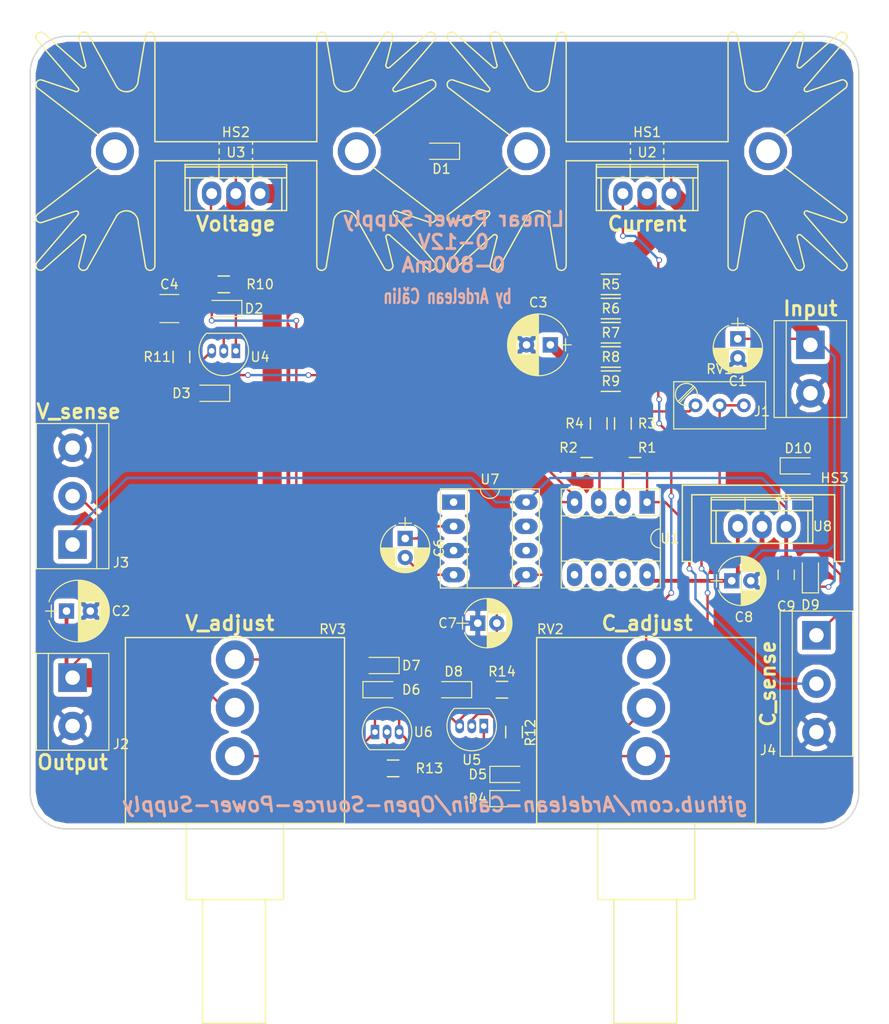
<source format=kicad_pcb>
(kicad_pcb (version 4) (host pcbnew 4.0.5)
  (layers (0 F.Cu signal) (31 B.Cu signal) (34 B.Paste user) (35 F.Paste user) (36 B.SilkS user) (37 F.SilkS user) (38 B.Mask user) (39 F.Mask user) (44 Edge.Cuts user))
  (net 0 "")
  (net 1 +16V)
  (net 2 GND)
  (net 3 VoltageMeter)
  (net 4 "Net-(C3-Pad1)")
  (net 5 "Net-(C4-Pad1)")
  (net 6 "Net-(C6-Pad1)")
  (net 7 "Net-(C6-Pad2)")
  (net 8 -12V)
  (net 9 +12V)
  (net 10 "Net-(D4-Pad1)")
  (net 11 "Net-(D4-Pad2)")
  (net 12 "Net-(D5-Pad1)")
  (net 13 "Net-(D6-Pad1)")
  (net 14 "Net-(D6-Pad2)")
  (net 15 "Net-(D8-Pad2)")
  (net 16 CurrentMeter)
  (net 17 "Net-(R1-Pad2)")
  (net 18 "Net-(R2-Pad1)")
  (net 19 "Net-(R3-Pad2)")
  (net 20 "Net-(R11-Pad1)")
  (net 21 "Net-(R12-Pad1)")
  (net 22 "Net-(R13-Pad1)")
  (net 23 "Net-(U7-Pad1)")
  (net 24 "Net-(U7-Pad6)")
  (net 25 "Net-(U7-Pad7)")
  (net 26 "Net-(RV2-Pad2)")
  (module Capacitors_THT:CP_Radial_D5.0mm_P2.00mm (layer F.Cu) (at 202.565 90.805 270)
    (fp_text reference C1 (at 4.445 0 360) (layer F.SilkS))
    (fp_text value 10u)
    (pad 1 thru_hole rect (at 0 0 270) (size 1.6 1.6) (drill 0.8) (layers *.Cu *.Mask) (net 1 +16V))
    (pad 2 thru_hole circle (at 2 0 270) (size 1.6 1.6) (drill 0.8) (layers *.Cu *.Mask) (net 2 GND))
  )
  (module Capacitors_THT:CP_Radial_D6.3mm_P2.50mm (layer F.Cu) (at 132.08 119.38)
    (fp_text reference C2 (at 5.715 0) (layer F.SilkS))
    (fp_text value "47uF electro")
    (pad 1 thru_hole rect (at 0 0) (size 1.6 1.6) (drill 0.8) (layers *.Cu *.Mask) (net 3 VoltageMeter))
    (pad 2 thru_hole circle (at 2.5 0) (size 1.6 1.6) (drill 0.8) (layers *.Cu *.Mask) (net 2 GND))
  )
  (module Capacitors_THT:CP_Radial_D6.3mm_P2.50mm (layer F.Cu) (at 182.88 91.44 180)
    (fp_text reference C3 (at 1.27 4.445 180) (layer F.SilkS))
    (fp_text value 47u)
    (pad 1 thru_hole rect (at 0 0 180) (size 1.6 1.6) (drill 0.8) (layers *.Cu *.Mask) (net 4 "Net-(C3-Pad1)"))
    (pad 2 thru_hole circle (at 2.5 0 180) (size 1.6 1.6) (drill 0.8) (layers *.Cu *.Mask) (net 2 GND))
  )
  (module Capacitors_SMD:C_1210_HandSoldering (layer F.Cu) (at 142.875 87.63 180)
    (fp_text reference C4 (at 0 2.54 180) (layer F.SilkS))
    (fp_text value 4.7u)
    (pad 1 smd rect (at -2 0 180) (size 2 2.5) (layers F.Cu F.Paste F.Mask) (net 5 "Net-(C4-Pad1)"))
    (pad 2 smd rect (at 2 0 180) (size 2 2.5) (layers F.Cu F.Paste F.Mask) (net 2 GND))
  )
  (module Capacitors_THT:CP_Radial_D5.0mm_P2.00mm (layer F.Cu) (at 167.64 111.76 270)
    (fp_text reference C6 (at 1 -3.56 270) (layer F.SilkS))
    (fp_text value 10u)
    (pad 1 thru_hole rect (at 0 0 270) (size 1.6 1.6) (drill 0.8) (layers *.Cu *.Mask) (net 6 "Net-(C6-Pad1)"))
    (pad 2 thru_hole circle (at 2 0 270) (size 1.6 1.6) (drill 0.8) (layers *.Cu *.Mask) (net 7 "Net-(C6-Pad2)"))
  )
  (module Capacitors_THT:CP_Radial_D5.0mm_P2.00mm (layer F.Cu) (at 175.26 120.65)
    (fp_text reference C7 (at -3.175 0) (layer F.SilkS))
    (fp_text value 10u)
    (pad 1 thru_hole rect (at 0 0) (size 1.6 1.6) (drill 0.8) (layers *.Cu *.Mask) (net 2 GND))
    (pad 2 thru_hole circle (at 2 0) (size 1.6 1.6) (drill 0.8) (layers *.Cu *.Mask) (net 8 -12V))
  )
  (module Capacitors_THT:CP_Radial_D5.0mm_P2.00mm (layer F.Cu) (at 201.93 116.205)
    (fp_text reference C8 (at 1.27 3.81) (layer F.SilkS))
    (fp_text value 10u)
    (pad 1 thru_hole rect (at 0 0) (size 1.6 1.6) (drill 0.8) (layers *.Cu *.Mask) (net 1 +16V))
    (pad 2 thru_hole circle (at 2 0) (size 1.6 1.6) (drill 0.8) (layers *.Cu *.Mask) (net 2 GND))
  )
  (module Capacitors_SMD:C_0805_HandSoldering (layer F.Cu) (at 207.645 115.57 270)
    (fp_text reference C9 (at 3.302 0 360) (layer F.SilkS))
    (fp_text value 0.1u)
    (pad 1 smd rect (at -1.25 0 270) (size 1.5 1.25) (layers F.Cu F.Paste F.Mask) (net 9 +12V))
    (pad 2 smd rect (at 1.25 0 270) (size 1.5 1.25) (layers F.Cu F.Paste F.Mask) (net 2 GND))
  )
  (module Diodes_SMD:D_SOD-323_HandSoldering (layer F.Cu) (at 171.45 71.12 180)
    (fp_text reference D1 (at 0 -1.85 180) (layer F.SilkS))
    (fp_text value 1N5819)
    (pad 1 smd rect (at -1.25 0 180) (size 1 1) (layers F.Cu F.Paste F.Mask) (net 1 +16V))
    (pad 2 smd rect (at 1.25 0 180) (size 1 1) (layers F.Cu F.Paste F.Mask) (net 3 VoltageMeter))
  )
  (module Diodes_SMD:D_SOD-323_HandSoldering (layer F.Cu) (at 148.59 87.63 180)
    (fp_text reference D2 (at -3.175 0 180) (layer F.SilkS))
    (fp_text value 1N5819)
    (pad 1 smd rect (at -1.25 0 180) (size 1 1) (layers F.Cu F.Paste F.Mask) (net 3 VoltageMeter))
    (pad 2 smd rect (at 1.25 0 180) (size 1 1) (layers F.Cu F.Paste F.Mask) (net 5 "Net-(C4-Pad1)"))
  )
  (module Diodes_SMD:D_SOD-323_HandSoldering (layer F.Cu) (at 147.32 96.52 180)
    (fp_text reference D3 (at 3.175 0 180) (layer F.SilkS))
    (fp_text value 1N5819)
    (pad 1 smd rect (at -1.25 0 180) (size 1 1) (layers F.Cu F.Paste F.Mask) (net 3 VoltageMeter))
    (pad 2 smd rect (at 1.25 0 180) (size 1 1) (layers F.Cu F.Paste F.Mask) (net 2 GND))
  )
  (module Diodes_SMD:D_SOD-323_HandSoldering (layer F.Cu) (at 178.435 139.065)
    (fp_text reference D4 (at -3.175 0) (layer F.SilkS))
    (fp_text value 1N4448)
    (pad 1 smd rect (at -1.25 0) (size 1 1) (layers F.Cu F.Paste F.Mask) (net 10 "Net-(D4-Pad1)"))
    (pad 2 smd rect (at 1.25 0) (size 1 1) (layers F.Cu F.Paste F.Mask) (net 11 "Net-(D4-Pad2)"))
  )
  (module Diodes_SMD:D_SOD-323_HandSoldering (layer F.Cu) (at 178.435 136.525)
    (fp_text reference D5 (at -3.175 0) (layer F.SilkS))
    (fp_text value 1N4448)
    (pad 1 smd rect (at -1.25 0) (size 1 1) (layers F.Cu F.Paste F.Mask) (net 12 "Net-(D5-Pad1)"))
    (pad 2 smd rect (at 1.25 0) (size 1 1) (layers F.Cu F.Paste F.Mask) (net 10 "Net-(D4-Pad1)"))
  )
  (module Diodes_SMD:D_SOD-323_HandSoldering (layer F.Cu) (at 165.1 127.635)
    (fp_text reference D6 (at 3.175 0) (layer F.SilkS))
    (fp_text value 1N4448)
    (pad 1 smd rect (at -1.25 0) (size 1 1) (layers F.Cu F.Paste F.Mask) (net 13 "Net-(D6-Pad1)"))
    (pad 2 smd rect (at 1.25 0) (size 1 1) (layers F.Cu F.Paste F.Mask) (net 14 "Net-(D6-Pad2)"))
  )
  (module Diodes_SMD:D_SOD-323_HandSoldering (layer F.Cu) (at 165.1 125.095 180)
    (fp_text reference D7 (at -3.175 0 180) (layer F.SilkS))
    (fp_text value 1N4448)
    (pad 1 smd rect (at -1.25 0 180) (size 1 1) (layers F.Cu F.Paste F.Mask) (net 14 "Net-(D6-Pad2)"))
    (pad 2 smd rect (at 1.25 0 180) (size 1 1) (layers F.Cu F.Paste F.Mask) (net 2 GND))
  )
  (module Diodes_SMD:D_SOD-323_HandSoldering (layer F.Cu) (at 172.72 127.635 180)
    (fp_text reference D8 (at 0 1.905 180) (layer F.SilkS))
    (fp_text value 1N4448)
    (pad 1 smd rect (at -1.25 0 180) (size 1 1) (layers F.Cu F.Paste F.Mask) (net 8 -12V))
    (pad 2 smd rect (at 1.25 0 180) (size 1 1) (layers F.Cu F.Paste F.Mask) (net 15 "Net-(D8-Pad2)"))
  )
  (module Diodes_SMD:D_SOD-323_HandSoldering (layer F.Cu) (at 210.185 115.57 90)
    (fp_text reference D9 (at -3.175 0 180) (layer F.SilkS))
    (fp_text value 1N5819)
    (pad 1 smd rect (at -1.25 0 90) (size 1 1) (layers F.Cu F.Paste F.Mask) (net 1 +16V))
    (pad 2 smd rect (at 1.25 0 90) (size 1 1) (layers F.Cu F.Paste F.Mask) (net 9 +12V))
  )
  (module Diodes_SMD:D_SOD-323_HandSoldering (layer F.Cu) (at 208.915 104.14)
    (fp_text reference D10 (at 0 -1.85) (layer F.SilkS))
    (fp_text value 1N5819)
    (pad 1 smd rect (at -1.25 0) (size 1 1) (layers F.Cu F.Paste F.Mask) (net 9 +12V))
    (pad 2 smd rect (at 1.25 0) (size 1 1) (layers F.Cu F.Paste F.Mask) (net 2 GND))
  )
  (module Heatsinks:Heatsink_Fischer_SK129-STS_42x25mm_2xDrill2.5mm (layer F.Cu) (at 193.04 71.12)
    (fp_text reference HS1 (at 0 -2) (layer F.SilkS))
    (fp_text value Heatsink)
    (pad 1 thru_hole circle (at -12.7 0) (size 4 4) (drill 2.5) (layers *.Cu *.Mask))
    (pad 1 thru_hole circle (at 12.7 0) (size 4 4) (drill 2.5) (layers *.Cu *.Mask))
  )
  (module Heatsinks:Heatsink_Fischer_SK129-STS_42x25mm_2xDrill2.5mm (layer F.Cu) (at 149.86 71.12)
    (fp_text reference HS2 (at 0 -2) (layer F.SilkS))
    (fp_text value Heatsink)
    (pad 1 thru_hole circle (at -12.7 0) (size 4 4) (drill 2.5) (layers *.Cu *.Mask))
    (pad 1 thru_hole circle (at 12.7 0) (size 4 4) (drill 2.5) (layers *.Cu *.Mask))
  )
  (module MyFootprints:TO220-Small-16mmx8mm (layer F.Cu) (at 205.486 106.172)
    (fp_text reference HS3 (at 7.239 -0.762) (layer F.SilkS))
    (fp_text value Heatsink)
  )
  (module Connectors:bornier2 (layer F.Cu) (at 210.185 91.44 270)
    (fp_text reference J1 (at 6.985 5.08 360) (layer F.SilkS))
    (fp_text value "Input Voltage")
    (pad 1 thru_hole rect (at 0 0 270) (size 3 3) (drill 1.52) (layers *.Cu *.Mask) (net 1 +16V))
    (pad 2 thru_hole circle (at 5.08 0 270) (size 3 3) (drill 1.52) (layers *.Cu *.Mask) (net 2 GND))
  )
  (module Connectors:bornier2 (layer F.Cu) (at 132.715 126.365 270)
    (fp_text reference J2 (at 6.985 -5.08 360) (layer F.SilkS))
    (fp_text value "Output Voltage")
    (pad 1 thru_hole rect (at 0 0 270) (size 3 3) (drill 1.52) (layers *.Cu *.Mask) (net 3 VoltageMeter))
    (pad 2 thru_hole circle (at 5.08 0 270) (size 3 3) (drill 1.52) (layers *.Cu *.Mask) (net 2 GND))
  )
  (module Connectors:bornier3 (layer F.Cu) (at 132.715 112.395 90)
    (fp_text reference J3 (at -1.905 5.08 180) (layer F.SilkS))
    (fp_text value "Voltage Meter")
    (pad 1 thru_hole rect (at 0 0 90) (size 3 3) (drill 1.52) (layers *.Cu *.Mask) (net 9 +12V))
    (pad 2 thru_hole circle (at 5.08 0 90) (size 3 3) (drill 1.52) (layers *.Cu *.Mask) (net 3 VoltageMeter))
    (pad 3 thru_hole circle (at 10.16 0 90) (size 3 3) (drill 1.52) (layers *.Cu *.Mask) (net 2 GND))
  )
  (module Connectors:bornier3 (layer F.Cu) (at 210.82 121.92 270)
    (fp_text reference J4 (at 12.065 5.08 360) (layer F.SilkS))
    (fp_text value "Current Meter")
    (pad 1 thru_hole rect (at 0 0 270) (size 3 3) (drill 1.52) (layers *.Cu *.Mask) (net 9 +12V))
    (pad 2 thru_hole circle (at 5.08 0 270) (size 3 3) (drill 1.52) (layers *.Cu *.Mask) (net 16 CurrentMeter))
    (pad 3 thru_hole circle (at 10.16 0 270) (size 3 3) (drill 1.52) (layers *.Cu *.Mask) (net 2 GND))
  )
  (module Resistors_SMD:R_0805_HandSoldering (layer F.Cu) (at 191.77 104.14 180)
    (fp_text reference R1 (at -1.27 1.905 180) (layer F.SilkS))
    (fp_text value 50k)
    (pad 1 smd rect (at -1.35 0 180) (size 1.5 1.3) (layers F.Cu F.Paste F.Mask) (net 16 CurrentMeter))
    (pad 2 smd rect (at 1.35 0 180) (size 1.5 1.3) (layers F.Cu F.Paste F.Mask) (net 17 "Net-(R1-Pad2)"))
  )
  (module Resistors_SMD:R_0805_HandSoldering (layer F.Cu) (at 186.69 104.14 180)
    (fp_text reference R2 (at 1.905 1.905 180) (layer F.SilkS))
    (fp_text value 50k)
    (pad 1 smd rect (at -1.35 0 180) (size 1.5 1.3) (layers F.Cu F.Paste F.Mask) (net 18 "Net-(R2-Pad1)"))
    (pad 2 smd rect (at 1.35 0 180) (size 1.5 1.3) (layers F.Cu F.Paste F.Mask) (net 2 GND))
  )
  (module Resistors_SMD:R_0805_HandSoldering (layer F.Cu) (at 190.5 99.695 90)
    (fp_text reference R3 (at 0 2.54 180) (layer F.SilkS))
    (fp_text value 10k)
    (pad 1 smd rect (at -1.35 0 90) (size 1.5 1.3) (layers F.Cu F.Paste F.Mask) (net 18 "Net-(R2-Pad1)"))
    (pad 2 smd rect (at 1.35 0 90) (size 1.5 1.3) (layers F.Cu F.Paste F.Mask) (net 19 "Net-(R3-Pad2)"))
  )
  (module Resistors_SMD:R_0805_HandSoldering (layer F.Cu) (at 187.96 99.695 90)
    (fp_text reference R4 (at 0 -2.54 180) (layer F.SilkS))
    (fp_text value 10k)
    (pad 1 smd rect (at -1.35 0 90) (size 1.5 1.3) (layers F.Cu F.Paste F.Mask) (net 17 "Net-(R1-Pad2)"))
    (pad 2 smd rect (at 1.35 0 90) (size 1.5 1.3) (layers F.Cu F.Paste F.Mask) (net 4 "Net-(C3-Pad1)"))
  )
  (module Resistors_SMD:R_0805_HandSoldering (layer F.Cu) (at 148.59 85.09 180)
    (fp_text reference R10 (at -3.81 0 180) (layer F.SilkS))
    (fp_text value 1k)
    (pad 1 smd rect (at -1.35 0 180) (size 1.5 1.3) (layers F.Cu F.Paste F.Mask) (net 3 VoltageMeter))
    (pad 2 smd rect (at 1.35 0 180) (size 1.5 1.3) (layers F.Cu F.Paste F.Mask) (net 5 "Net-(C4-Pad1)"))
  )
  (module Resistors_SMD:R_0805_HandSoldering (layer F.Cu) (at 144.145 92.71 270)
    (fp_text reference R11 (at 0 2.54 360) (layer F.SilkS))
    (fp_text value 15)
    (pad 1 smd rect (at -1.35 0 270) (size 1.5 1.3) (layers F.Cu F.Paste F.Mask) (net 20 "Net-(R11-Pad1)"))
    (pad 2 smd rect (at 1.35 0 270) (size 1.5 1.3) (layers F.Cu F.Paste F.Mask) (net 8 -12V))
  )
  (module Resistors_SMD:R_0805_HandSoldering (layer F.Cu) (at 179.07 132.08 90)
    (fp_text reference R12 (at -0.0635 1.7145 90) (layer F.SilkS))
    (fp_text value 33)
    (pad 1 smd rect (at -1.35 0 90) (size 1.5 1.3) (layers F.Cu F.Paste F.Mask) (net 21 "Net-(R12-Pad1)"))
    (pad 2 smd rect (at 1.35 0 90) (size 1.5 1.3) (layers F.Cu F.Paste F.Mask) (net 15 "Net-(D8-Pad2)"))
  )
  (module Resistors_SMD:R_0805_HandSoldering (layer F.Cu) (at 166.37 135.89)
    (fp_text reference R13 (at 3.81 0) (layer F.SilkS))
    (fp_text value 15)
    (pad 1 smd rect (at -1.35 0) (size 1.5 1.3) (layers F.Cu F.Paste F.Mask) (net 22 "Net-(R13-Pad1)"))
    (pad 2 smd rect (at 1.35 0) (size 1.5 1.3) (layers F.Cu F.Paste F.Mask) (net 8 -12V))
  )
  (module Resistors_SMD:R_0805_HandSoldering (layer F.Cu) (at 177.8 127.635 180)
    (fp_text reference R14 (at 0 1.905 180) (layer F.SilkS))
    (fp_text value 330)
    (pad 1 smd rect (at -1.35 0 180) (size 1.5 1.3) (layers F.Cu F.Paste F.Mask) (net 21 "Net-(R12-Pad1)"))
    (pad 2 smd rect (at 1.35 0 180) (size 1.5 1.3) (layers F.Cu F.Paste F.Mask) (net 8 -12V))
  )
  (module Potentiometers:Potentiometer_Trimmer_Bourns_3296W (layer F.Cu) (at 198.12 97.79 180)
    (fp_text reference RV1 (at -2.54 3.81 180) (layer F.SilkS))
    (fp_text value "100 (multiturn)")
    (pad 1 thru_hole circle (at 0 0 180) (size 1.44 1.44) (drill 0.8) (layers *.Cu *.Mask) (net 4 "Net-(C3-Pad1)"))
    (pad 2 thru_hole circle (at -2.54 0 180) (size 1.44 1.44) (drill 0.8) (layers *.Cu *.Mask) (net 11 "Net-(D4-Pad2)"))
    (pad 3 thru_hole circle (at -5.08 0 180) (size 1.44 1.44) (drill 0.8) (layers *.Cu *.Mask) (net 11 "Net-(D4-Pad2)"))
  )
  (module MyFootprints:Potentiometer-3596S-10k-Pot (layer F.Cu) (at 194.945 124.46 270)
    (fp_text reference RV2 (at -3.175 12.065 360) (layer F.SilkS))
    (fp_text value 10k)
    (pad 3 thru_hole circle (at 10.15 2.02 270) (size 4 4) (drill 2.08) (layers *.Cu *.Mask) (net 11 "Net-(D4-Pad2)"))
    (pad 1 thru_hole circle (at 5.06 2.01 270) (size 4 4) (drill 2.08) (layers *.Cu *.Mask) (net 12 "Net-(D5-Pad1)"))
    (pad 2 thru_hole circle (at 0 2 270) (size 4 4) (drill 2.08) (layers *.Cu *.Mask) (net 26 "Net-(RV2-Pad2)"))
  )
  (module MyFootprints:Potentiometer-3596S-10k-Pot (layer F.Cu) (at 151.765 124.46 270)
    (fp_text reference RV3 (at -3.175 -8.255 360) (layer F.SilkS))
    (fp_text value 10k)
    (pad 3 thru_hole circle (at 10.15 2.02 270) (size 4 4) (drill 2.08) (layers *.Cu *.Mask) (net 13 "Net-(D6-Pad1)"))
    (pad 1 thru_hole circle (at 5.06 2.01 270) (size 4 4) (drill 2.08) (layers *.Cu *.Mask) (net 5 "Net-(C4-Pad1)"))
    (pad 2 thru_hole circle (at 0 2 270) (size 4 4) (drill 2.08) (layers *.Cu *.Mask) (net 13 "Net-(D6-Pad1)"))
  )
  (module Housings_DIP:DIP-8_W7.62mm_Socket_LongPads (layer F.Cu) (at 193.04 107.95 270)
    (fp_text reference U1 (at 3.81 -2.39 540) (layer F.SilkS))
    (fp_text value LT1013)
    (pad 1 thru_hole rect (at 0 0 270) (size 2.4 1.6) (drill 0.8) (layers *.Cu *.Mask) (net 16 CurrentMeter))
    (pad 5 thru_hole oval (at 7.62 7.62 270) (size 2.4 1.6) (drill 0.8) (layers *.Cu *.Mask))
    (pad 2 thru_hole oval (at 0 2.54 270) (size 2.4 1.6) (drill 0.8) (layers *.Cu *.Mask) (net 17 "Net-(R1-Pad2)"))
    (pad 6 thru_hole oval (at 7.62 5.08 270) (size 2.4 1.6) (drill 0.8) (layers *.Cu *.Mask))
    (pad 3 thru_hole oval (at 0 5.08 270) (size 2.4 1.6) (drill 0.8) (layers *.Cu *.Mask) (net 18 "Net-(R2-Pad1)"))
    (pad 7 thru_hole oval (at 7.62 2.54 270) (size 2.4 1.6) (drill 0.8) (layers *.Cu *.Mask))
    (pad 4 thru_hole oval (at 0 7.62 270) (size 2.4 1.6) (drill 0.8) (layers *.Cu *.Mask) (net 8 -12V))
    (pad 8 thru_hole oval (at 7.62 0 270) (size 2.4 1.6) (drill 0.8) (layers *.Cu *.Mask) (net 1 +16V))
  )
  (module Power_Integrations:TO-220 (layer F.Cu) (at 193.04 75.565)
    (fp_text reference U2 (at 0 -4.318) (layer F.SilkS))
    (fp_text value LT1086)
    (pad 2 thru_hole oval (at 0 0) (size 2.032 2.54) (drill 1.143) (layers *.Cu *.Mask) (net 19 "Net-(R3-Pad2)"))
    (pad 3 thru_hole oval (at 2.54 0) (size 2.032 2.54) (drill 1.143) (layers *.Cu *.Mask) (net 1 +16V))
    (pad 1 thru_hole oval (at -2.54 0) (size 2.032 2.54) (drill 1.143) (layers *.Cu *.Mask) (net 26 "Net-(RV2-Pad2)"))
  )
  (module Power_Integrations:TO-220 (layer F.Cu) (at 149.86 75.565)
    (fp_text reference U3 (at 0 -4.318) (layer F.SilkS))
    (fp_text value LM1117-ADJ)
    (pad 2 thru_hole oval (at 0 0) (size 2.032 2.54) (drill 1.143) (layers *.Cu *.Mask) (net 3 VoltageMeter))
    (pad 3 thru_hole oval (at 2.54 0) (size 2.032 2.54) (drill 1.143) (layers *.Cu *.Mask) (net 4 "Net-(C3-Pad1)"))
    (pad 1 thru_hole oval (at -2.54 0) (size 2.032 2.54) (drill 1.143) (layers *.Cu *.Mask) (net 5 "Net-(C4-Pad1)"))
  )
  (module TO_SOT_Packages_THT:TO-92_Inline_Narrow_Oval (layer F.Cu) (at 149.86 92.075 180)
    (fp_text reference U4 (at -2.54 -0.635 180) (layer F.SilkS))
    (fp_text value LM334Z)
    (pad 2 thru_hole oval (at 1.27 0) (size 0.89916 1.50114) (drill 0.6) (layers *.Cu *.Mask) (net 20 "Net-(R11-Pad1)"))
    (pad 3 thru_hole oval (at 2.54 0) (size 0.89916 1.50114) (drill 0.6) (layers *.Cu *.Mask) (net 8 -12V))
    (pad 1 thru_hole rect (at 0 0) (size 0.89916 1.50114) (drill 0.6) (layers *.Cu *.Mask) (net 3 VoltageMeter))
  )
  (module TO_SOT_Packages_THT:TO-92_Inline_Narrow_Oval (layer F.Cu) (at 175.895 131.445 180)
    (fp_text reference U5 (at 1.27 -3.556 180) (layer F.SilkS))
    (fp_text value LM334Z)
    (pad 2 thru_hole oval (at 1.27 0) (size 0.89916 1.50114) (drill 0.6) (layers *.Cu *.Mask) (net 21 "Net-(R12-Pad1)"))
    (pad 3 thru_hole oval (at 2.54 0) (size 0.89916 1.50114) (drill 0.6) (layers *.Cu *.Mask) (net 15 "Net-(D8-Pad2)"))
    (pad 1 thru_hole rect (at 0 0) (size 0.89916 1.50114) (drill 0.6) (layers *.Cu *.Mask) (net 12 "Net-(D5-Pad1)"))
  )
  (module TO_SOT_Packages_THT:TO-92_Inline_Narrow_Oval (layer F.Cu) (at 164.465 132.08)
    (fp_text reference U6 (at 5.08 0) (layer F.SilkS))
    (fp_text value LM334Z)
    (pad 2 thru_hole oval (at 1.27 0 180) (size 0.89916 1.50114) (drill 0.6) (layers *.Cu *.Mask) (net 22 "Net-(R13-Pad1)"))
    (pad 3 thru_hole oval (at 2.54 0 180) (size 0.89916 1.50114) (drill 0.6) (layers *.Cu *.Mask) (net 8 -12V))
    (pad 1 thru_hole rect (at 0 0 180) (size 0.89916 1.50114) (drill 0.6) (layers *.Cu *.Mask) (net 13 "Net-(D6-Pad1)"))
  )
  (module Housings_DIP:DIP-8_W7.62mm_Socket_LongPads (layer F.Cu) (at 172.72 107.95)
    (fp_text reference U7 (at 3.81 -2.39) (layer F.SilkS))
    (fp_text value ICL7660)
    (pad 1 thru_hole rect (at 0 0) (size 2.4 1.6) (drill 0.8) (layers *.Cu *.Mask) (net 23 "Net-(U7-Pad1)"))
    (pad 5 thru_hole oval (at 7.62 7.62) (size 2.4 1.6) (drill 0.8) (layers *.Cu *.Mask) (net 8 -12V))
    (pad 2 thru_hole oval (at 0 2.54) (size 2.4 1.6) (drill 0.8) (layers *.Cu *.Mask) (net 6 "Net-(C6-Pad1)"))
    (pad 6 thru_hole oval (at 7.62 5.08) (size 2.4 1.6) (drill 0.8) (layers *.Cu *.Mask) (net 24 "Net-(U7-Pad6)"))
    (pad 3 thru_hole oval (at 0 5.08) (size 2.4 1.6) (drill 0.8) (layers *.Cu *.Mask) (net 2 GND))
    (pad 7 thru_hole oval (at 7.62 2.54) (size 2.4 1.6) (drill 0.8) (layers *.Cu *.Mask) (net 25 "Net-(U7-Pad7)"))
    (pad 4 thru_hole oval (at 0 7.62) (size 2.4 1.6) (drill 0.8) (layers *.Cu *.Mask) (net 7 "Net-(C6-Pad2)"))
    (pad 8 thru_hole oval (at 7.62 0) (size 2.4 1.6) (drill 0.8) (layers *.Cu *.Mask) (net 9 +12V))
  )
  (module Power_Integrations:TO-220 (layer F.Cu) (at 205.105 110.49)
    (fp_text reference U8 (at 6.35 0) (layer F.SilkS))
    (fp_text value LM7812CT)
    (pad 2 thru_hole oval (at 0 0) (size 2.032 2.54) (drill 1.143) (layers *.Cu *.Mask) (net 2 GND))
    (pad 3 thru_hole oval (at 2.54 0) (size 2.032 2.54) (drill 1.143) (layers *.Cu *.Mask) (net 9 +12V))
    (pad 1 thru_hole oval (at -2.54 0) (size 2.032 2.54) (drill 1.143) (layers *.Cu *.Mask) (net 1 +16V))
  )
  (module Resistors_SMD:R_1206_HandSoldering (layer F.Cu) (at 189.23 85.09)
    (fp_text reference R5 (at 0 0) (layer F.SilkS))
    (fp_text value 10)
    (pad 1 smd rect (at -2 0) (size 2 1.7) (layers F.Cu F.Paste F.Mask) (net 4 "Net-(C3-Pad1)"))
    (pad 2 smd rect (at 2 0) (size 2 1.7) (layers F.Cu F.Paste F.Mask) (net 19 "Net-(R3-Pad2)"))
  )
  (module Resistors_SMD:R_1206_HandSoldering (layer F.Cu) (at 189.23 87.63)
    (fp_text reference R6 (at 0 0) (layer F.SilkS))
    (fp_text value 10)
    (pad 1 smd rect (at -2 0) (size 2 1.7) (layers F.Cu F.Paste F.Mask) (net 4 "Net-(C3-Pad1)"))
    (pad 2 smd rect (at 2 0) (size 2 1.7) (layers F.Cu F.Paste F.Mask) (net 19 "Net-(R3-Pad2)"))
  )
  (module Resistors_SMD:R_1206_HandSoldering (layer F.Cu) (at 189.23 90.17)
    (fp_text reference R7 (at 0 0) (layer F.SilkS))
    (fp_text value 10)
    (pad 1 smd rect (at -2 0) (size 2 1.7) (layers F.Cu F.Paste F.Mask) (net 4 "Net-(C3-Pad1)"))
    (pad 2 smd rect (at 2 0) (size 2 1.7) (layers F.Cu F.Paste F.Mask) (net 19 "Net-(R3-Pad2)"))
  )
  (module Resistors_SMD:R_1206_HandSoldering (layer F.Cu) (at 189.23 92.71)
    (fp_text reference R8 (at 0 0) (layer F.SilkS))
    (fp_text value 10)
    (pad 1 smd rect (at -2 0) (size 2 1.7) (layers F.Cu F.Paste F.Mask) (net 4 "Net-(C3-Pad1)"))
    (pad 2 smd rect (at 2 0) (size 2 1.7) (layers F.Cu F.Paste F.Mask) (net 19 "Net-(R3-Pad2)"))
  )
  (module Resistors_SMD:R_1206_HandSoldering (layer F.Cu) (at 189.23 95.25)
    (fp_text reference R9 (at 0 0) (layer F.SilkS))
    (fp_text value 10)
    (pad 1 smd rect (at -2 0) (size 2 1.7) (layers F.Cu F.Paste F.Mask) (net 4 "Net-(C3-Pad1)"))
    (pad 2 smd rect (at 2 0) (size 2 1.7) (layers F.Cu F.Paste F.Mask) (net 19 "Net-(R3-Pad2)"))
  )
  (gr_text github.com/Ardelean-Calin/Open-Source-Power-Supply (at 170.815 139.7) (layer B.SilkS) (effects (font (size 1.5 1.5) (thickness 0.3) italic) (justify mirror)))
  (gr_text "by Ardelean Călin" (at 172.085 86.36) (layer B.SilkS) (effects (font (size 1.5 1) (thickness 0.25)) (justify mirror)))
  (gr_text "Linear Power Supply\n0-12V\n0-800mA" (at 172.72 80.645) (layer B.SilkS) (effects (font (size 1.5 1.5) (thickness 0.3)) (justify mirror)))
  (gr_text V_adjust (at 149.225 120.65) (layer F.SilkS) (effects (font (size 1.5 1.5) (thickness 0.3))))
  (gr_text C_adjust (at 193.04 120.65) (layer F.SilkS) (effects (font (size 1.5 1.5) (thickness 0.3))))
  (gr_text C_sense (at 205.74 127 90) (layer F.SilkS) (effects (font (size 1.5 1.5) (thickness 0.3))))
  (gr_text Input (at 210.185 87.63) (layer F.SilkS) (effects (font (size 1.5 1.5) (thickness 0.3))))
  (gr_text Output (at 132.715 135.255) (layer F.SilkS) (effects (font (size 1.5 1.5) (thickness 0.3))))
  (gr_text V_sense (at 133.35 98.425) (layer F.SilkS) (effects (font (size 1.5 1.5) (thickness 0.3))))
  (gr_text Current (at 193.04 78.74) (layer F.SilkS) (effects (font (size 1.5 1.5) (thickness 0.3))))
  (gr_text Voltage (at 149.86 78.74) (layer F.SilkS) (effects (font (size 1.5 1.5) (thickness 0.3))))
  (gr_line (start 132.08 59.055) (end 211.455 59.055) (angle 90) (layer Edge.Cuts) (width 0.15))
  (gr_line (start 128.27 66.675) (end 128.27 62.865) (angle 90) (layer Edge.Cuts) (width 0.15))
  (gr_line (start 128.27 138.43) (end 128.27 66.675) (angle 90) (layer Edge.Cuts) (width 0.15))
  (gr_arc (start 132.08 62.865) (end 128.27 62.865) (angle 90) (layer Edge.Cuts) (width 0.15))
  (gr_line (start 215.265 65.405) (end 215.265 62.865) (angle 90) (layer Edge.Cuts) (width 0.15))
  (gr_arc (start 211.455 62.865) (end 211.455 59.055) (angle 90) (layer Edge.Cuts) (width 0.15))
  (gr_line (start 215.265 138.43) (end 215.265 65.405) (angle 90) (layer Edge.Cuts) (width 0.15))
  (gr_line (start 132.08 142.24) (end 211.455 142.24) (angle 90) (layer Edge.Cuts) (width 0.15))
  (gr_arc (start 132.08 138.43) (end 132.08 142.24) (angle 90) (layer Edge.Cuts) (width 0.15))
  (gr_arc (start 211.455 138.43) (end 215.265 138.43) (angle 90) (layer Edge.Cuts) (width 0.15))
  (segment (start 172.7 71.12) (end 172.7 70.505) (width 0.25) (layer F.Cu) (net 1))
  (segment (start 195.58 73.66) (end 195.58 75.565) (width 0.25) (layer F.Cu) (net 1))
  (segment (start 189.865 67.945) (end 195.58 73.66) (width 0.25) (layer F.Cu) (net 1))
  (segment (start 175.26 67.945) (end 189.865 67.945) (width 0.25) (layer F.Cu) (net 1))
  (segment (start 172.7 70.505) (end 175.26 67.945) (width 0.25) (layer F.Cu) (net 1))
  (segment (start 212.725 116.205) (end 212.725 112.395) (width 0.25) (layer B.Cu) (net 1))
  (segment (start 212.09 116.84) (end 212.725 116.205) (width 0.25) (layer B.Cu) (net 1))
  (via (at 212.09 116.84) (size 0.6) (drill 0.4) (layers F.Cu B.Cu) (net 1))
  (segment (start 212.07 116.82) (end 212.09 116.84) (width 0.25) (layer F.Cu) (net 1))
  (segment (start 210.185 116.82) (end 212.07 116.82) (width 0.25) (layer F.Cu) (net 1))
  (segment (start 210.185 91.44) (end 211.455 91.44) (width 0.25) (layer B.Cu) (net 1))
  (segment (start 211.455 91.44) (end 212.725 92.71) (width 0.25) (layer B.Cu) (net 1))
  (segment (start 205.105 113.03) (end 201.93 116.205) (width 0.25) (layer B.Cu) (net 1))
  (segment (start 212.09 113.03) (end 205.105 113.03) (width 0.25) (layer B.Cu) (net 1))
  (segment (start 212.725 112.395) (end 212.09 113.03) (width 0.25) (layer B.Cu) (net 1))
  (segment (start 212.725 92.71) (end 212.725 112.395) (width 0.25) (layer B.Cu) (net 1))
  (segment (start 201.93 116.205) (end 193.675 116.205) (width 0.4) (layer F.Cu) (net 1))
  (segment (start 193.675 116.205) (end 193.04 115.57) (width 0.4) (layer F.Cu) (net 1))
  (segment (start 202.565 110.49) (end 202.565 115.57) (width 0.4) (layer F.Cu) (net 1))
  (segment (start 202.565 115.57) (end 201.93 116.205) (width 0.4) (layer F.Cu) (net 1))
  (segment (start 209.55 90.805) (end 210.185 91.44) (width 0.25) (layer F.Cu) (net 1))
  (segment (start 202.565 90.805) (end 209.55 90.805) (width 0.25) (layer F.Cu) (net 1))
  (segment (start 210.185 90.17) (end 195.58 75.565) (width 2) (layer F.Cu) (net 1))
  (segment (start 210.185 91.44) (end 210.185 90.17) (width 2) (layer F.Cu) (net 1))
  (segment (start 132.715 125.095) (end 132.715 126.365) (width 0.25) (layer F.Cu) (net 3))
  (segment (start 137.16 120.65) (end 132.715 125.095) (width 0.25) (layer F.Cu) (net 3))
  (segment (start 137.16 111.125) (end 137.16 120.65) (width 0.25) (layer F.Cu) (net 3))
  (segment (start 133.35 107.315) (end 137.16 111.125) (width 0.25) (layer F.Cu) (net 3))
  (segment (start 132.715 107.315) (end 133.35 107.315) (width 0.25) (layer F.Cu) (net 3))
  (segment (start 149.86 75.565) (end 149.86 73.66) (width 0.25) (layer F.Cu) (net 3))
  (segment (start 167.025 67.945) (end 170.2 71.12) (width 0.25) (layer F.Cu) (net 3))
  (segment (start 155.575 67.945) (end 167.025 67.945) (width 0.25) (layer F.Cu) (net 3))
  (segment (start 149.86 73.66) (end 155.575 67.945) (width 0.25) (layer F.Cu) (net 3))
  (segment (start 132.08 119.38) (end 132.08 125.73) (width 0.4) (layer F.Cu) (net 3))
  (segment (start 132.08 125.73) (end 132.715 126.365) (width 0.4) (layer F.Cu) (net 3))
  (segment (start 148.57 96.52) (end 153.67 96.52) (width 0.4) (layer F.Cu) (net 3))
  (segment (start 153.67 96.52) (end 153.035 96.52) (width 0.4) (layer F.Cu) (net 3))
  (segment (start 153.035 96.52) (end 153.67 96.52) (width 0.4) (layer F.Cu) (net 3))
  (segment (start 149.86 92.075) (end 149.86 87.65) (width 0.25) (layer F.Cu) (net 3))
  (segment (start 149.86 87.65) (end 149.84 87.63) (width 0.25) (layer F.Cu) (net 3))
  (segment (start 149.84 87.63) (end 149.84 85.19) (width 0.25) (layer F.Cu) (net 3))
  (segment (start 149.84 85.19) (end 149.94 85.09) (width 0.25) (layer F.Cu) (net 3))
  (segment (start 149.94 85.09) (end 153.67 85.09) (width 0.25) (layer F.Cu) (net 3))
  (segment (start 149.86 75.565) (end 149.86 80.01) (width 2) (layer F.Cu) (net 3))
  (segment (start 139.065 126.365) (end 132.715 126.365) (width 2) (layer F.Cu) (net 3))
  (segment (start 153.67 111.76) (end 139.065 126.365) (width 2) (layer F.Cu) (net 3))
  (segment (start 153.67 83.82) (end 153.67 85.09) (width 2) (layer F.Cu) (net 3))
  (segment (start 153.67 85.09) (end 153.67 96.52) (width 2) (layer F.Cu) (net 3))
  (segment (start 153.67 96.52) (end 153.67 107.315) (width 2) (layer F.Cu) (net 3))
  (segment (start 153.67 107.315) (end 153.67 111.76) (width 2) (layer F.Cu) (net 3))
  (segment (start 149.86 80.01) (end 153.67 83.82) (width 2) (layer F.Cu) (net 3))
  (segment (start 187.96 98.345) (end 188.515 98.345) (width 0.25) (layer F.Cu) (net 4))
  (segment (start 188.515 98.345) (end 189.865 99.695) (width 0.25) (layer F.Cu) (net 4))
  (segment (start 197.485 98.425) (end 198.12 97.79) (width 0.25) (layer F.Cu) (net 4))
  (segment (start 193.675 98.425) (end 197.485 98.425) (width 0.25) (layer F.Cu) (net 4))
  (segment (start 192.405 99.695) (end 193.675 98.425) (width 0.25) (layer F.Cu) (net 4))
  (segment (start 189.865 99.695) (end 192.405 99.695) (width 0.25) (layer F.Cu) (net 4))
  (segment (start 187.23 85.09) (end 181.61 85.09) (width 2) (layer F.Cu) (net 4))
  (segment (start 172.085 75.565) (end 152.4 75.565) (width 2) (layer F.Cu) (net 4))
  (segment (start 181.61 85.09) (end 172.085 75.565) (width 2) (layer F.Cu) (net 4))
  (segment (start 187.23 92.71) (end 184.15 92.71) (width 1) (layer F.Cu) (net 4))
  (segment (start 184.15 92.71) (end 182.88 91.44) (width 1) (layer F.Cu) (net 4))
  (segment (start 187.23 92.71) (end 187.23 95.25) (width 1) (layer F.Cu) (net 4))
  (segment (start 187.23 90.17) (end 187.23 92.71) (width 1) (layer F.Cu) (net 4))
  (segment (start 187.23 90.17) (end 187.23 87.63) (width 1) (layer F.Cu) (net 4))
  (segment (start 187.23 85.09) (end 187.23 87.63) (width 1) (layer F.Cu) (net 4))
  (segment (start 187.96 98.345) (end 187.96 95.98) (width 0.25) (layer F.Cu) (net 4))
  (segment (start 187.96 95.98) (end 187.23 95.25) (width 0.25) (layer F.Cu) (net 4))
  (segment (start 149.755 129.52) (end 148.57 129.52) (width 0.25) (layer F.Cu) (net 5))
  (segment (start 148.57 129.52) (end 146.05 127) (width 0.25) (layer F.Cu) (net 5))
  (segment (start 146.05 127) (end 146.05 123.19) (width 0.25) (layer F.Cu) (net 5))
  (segment (start 146.05 123.19) (end 156.21 113.03) (width 0.25) (layer F.Cu) (net 5))
  (segment (start 156.21 113.03) (end 156.21 88.9) (width 0.25) (layer F.Cu) (net 5))
  (via (at 156.21 88.9) (size 0.6) (drill 0.4) (layers F.Cu B.Cu) (net 5))
  (segment (start 156.21 88.9) (end 147.32 88.9) (width 0.25) (layer B.Cu) (net 5))
  (via (at 147.32 88.9) (size 0.6) (drill 0.4) (layers F.Cu B.Cu) (net 5))
  (segment (start 147.32 88.9) (end 147.34 88.88) (width 0.25) (layer F.Cu) (net 5))
  (segment (start 147.34 88.88) (end 147.34 87.63) (width 0.25) (layer F.Cu) (net 5))
  (segment (start 147.24 85.09) (end 147.24 75.645) (width 0.25) (layer F.Cu) (net 5))
  (segment (start 147.24 75.645) (end 147.32 75.565) (width 0.25) (layer F.Cu) (net 5))
  (segment (start 147.34 87.63) (end 147.34 85.19) (width 0.25) (layer F.Cu) (net 5))
  (segment (start 147.34 85.19) (end 147.24 85.09) (width 0.25) (layer F.Cu) (net 5))
  (segment (start 147.34 87.63) (end 144.875 87.63) (width 0.25) (layer F.Cu) (net 5))
  (segment (start 167.64 111.76) (end 168.91 111.76) (width 0.25) (layer F.Cu) (net 6))
  (segment (start 170.18 110.49) (end 172.72 110.49) (width 0.25) (layer F.Cu) (net 6))
  (segment (start 168.91 111.76) (end 170.18 110.49) (width 0.25) (layer F.Cu) (net 6))
  (segment (start 172.72 115.57) (end 169.45 115.57) (width 0.25) (layer F.Cu) (net 7))
  (segment (start 169.45 115.57) (end 167.64 113.76) (width 0.25) (layer F.Cu) (net 7))
  (segment (start 173.97 127.635) (end 173.97 126.98) (width 0.25) (layer F.Cu) (net 8))
  (segment (start 167.005 130.175) (end 167.005 132.08) (width 0.25) (layer F.Cu) (net 8))
  (segment (start 170.815 126.365) (end 167.005 130.175) (width 0.25) (layer F.Cu) (net 8))
  (segment (start 173.355 126.365) (end 170.815 126.365) (width 0.25) (layer F.Cu) (net 8))
  (segment (start 173.97 126.98) (end 173.355 126.365) (width 0.25) (layer F.Cu) (net 8))
  (segment (start 185.42 107.95) (end 185.42 107.315) (width 0.25) (layer F.Cu) (net 8))
  (segment (start 185.42 107.315) (end 172.72 94.615) (width 0.25) (layer F.Cu) (net 8))
  (segment (start 151.13 94.615) (end 144.145 94.615) (width 0.25) (layer F.Cu) (net 8))
  (via (at 151.13 94.615) (size 0.6) (drill 0.4) (layers F.Cu B.Cu) (net 8))
  (segment (start 157.48 94.615) (end 151.13 94.615) (width 0.25) (layer B.Cu) (net 8))
  (via (at 157.48 94.615) (size 0.6) (drill 0.4) (layers F.Cu B.Cu) (net 8))
  (segment (start 172.72 94.615) (end 157.48 94.615) (width 0.25) (layer F.Cu) (net 8))
  (segment (start 144.145 94.615) (end 144.145 94.06) (width 0.25) (layer F.Cu) (net 8))
  (segment (start 180.34 115.57) (end 182.245 115.57) (width 0.25) (layer F.Cu) (net 8))
  (segment (start 183.515 107.95) (end 185.42 107.95) (width 0.25) (layer F.Cu) (net 8))
  (segment (start 182.88 108.585) (end 183.515 107.95) (width 0.25) (layer F.Cu) (net 8))
  (segment (start 182.88 114.935) (end 182.88 108.585) (width 0.25) (layer F.Cu) (net 8))
  (segment (start 182.245 115.57) (end 182.88 114.935) (width 0.25) (layer F.Cu) (net 8))
  (segment (start 144.145 94.06) (end 145.335 94.06) (width 0.25) (layer F.Cu) (net 8))
  (segment (start 145.335 94.06) (end 147.32 92.075) (width 0.25) (layer F.Cu) (net 8))
  (segment (start 167.72 135.89) (end 167.72 132.795) (width 0.25) (layer F.Cu) (net 8))
  (segment (start 167.72 132.795) (end 167.005 132.08) (width 0.25) (layer F.Cu) (net 8))
  (segment (start 173.97 127.635) (end 176.45 127.635) (width 0.25) (layer F.Cu) (net 8))
  (segment (start 177.26 120.65) (end 177.26 126.825) (width 0.25) (layer F.Cu) (net 8))
  (segment (start 177.26 126.825) (end 176.45 127.635) (width 0.25) (layer F.Cu) (net 8))
  (segment (start 177.26 120.65) (end 177.26 118.65) (width 0.25) (layer F.Cu) (net 8))
  (segment (start 177.26 118.65) (end 180.34 115.57) (width 0.25) (layer F.Cu) (net 8))
  (segment (start 210.185 114.32) (end 212.11 114.32) (width 0.25) (layer F.Cu) (net 9))
  (segment (start 213.36 119.38) (end 210.82 121.92) (width 0.25) (layer F.Cu) (net 9))
  (segment (start 213.36 115.57) (end 213.36 119.38) (width 0.25) (layer F.Cu) (net 9))
  (segment (start 212.11 114.32) (end 213.36 115.57) (width 0.25) (layer F.Cu) (net 9))
  (segment (start 180.34 107.95) (end 177.165 107.95) (width 0.25) (layer B.Cu) (net 9))
  (segment (start 138.43 105.41) (end 132.715 111.125) (width 0.25) (layer B.Cu) (net 9))
  (segment (start 174.625 105.41) (end 138.43 105.41) (width 0.25) (layer B.Cu) (net 9))
  (segment (start 177.165 107.95) (end 174.625 105.41) (width 0.25) (layer B.Cu) (net 9))
  (segment (start 132.715 111.125) (end 132.715 112.395) (width 0.25) (layer B.Cu) (net 9))
  (segment (start 207.645 110.49) (end 207.645 108.585) (width 0.25) (layer F.Cu) (net 9))
  (segment (start 207.645 108.585) (end 207.01 107.95) (width 0.25) (layer F.Cu) (net 9))
  (segment (start 207.645 110.49) (end 207.645 107.95) (width 0.25) (layer B.Cu) (net 9))
  (segment (start 207.645 107.95) (end 205.105 105.41) (width 0.25) (layer B.Cu) (net 9))
  (segment (start 205.105 105.41) (end 182.88 105.41) (width 0.25) (layer B.Cu) (net 9))
  (segment (start 182.88 105.41) (end 180.34 107.95) (width 0.25) (layer B.Cu) (net 9))
  (segment (start 207.665 104.14) (end 207.665 110.47) (width 0.25) (layer F.Cu) (net 9))
  (segment (start 207.665 110.47) (end 207.645 110.49) (width 0.25) (layer F.Cu) (net 9))
  (segment (start 207.645 104.16) (end 207.665 104.14) (width 0.4) (layer F.Cu) (net 9))
  (segment (start 210.185 114.32) (end 207.645 114.32) (width 0.4) (layer F.Cu) (net 9))
  (segment (start 207.645 110.49) (end 207.645 114.32) (width 0.4) (layer F.Cu) (net 9))
  (segment (start 179.685 136.525) (end 179.685 137.18) (width 0.25) (layer F.Cu) (net 10))
  (segment (start 179.685 137.18) (end 179.07 137.795) (width 0.25) (layer F.Cu) (net 10))
  (segment (start 179.07 137.795) (end 177.8 137.795) (width 0.25) (layer F.Cu) (net 10))
  (segment (start 177.8 137.795) (end 177.185 138.41) (width 0.25) (layer F.Cu) (net 10))
  (segment (start 177.185 138.41) (end 177.185 139.065) (width 0.25) (layer F.Cu) (net 10))
  (segment (start 200.66 97.79) (end 200.66 108.585) (width 0.25) (layer F.Cu) (net 11))
  (segment (start 196.225 134.61) (end 192.925 134.61) (width 0.25) (layer F.Cu) (net 11))
  (segment (start 199.39 131.445) (end 196.225 134.61) (width 0.25) (layer F.Cu) (net 11))
  (segment (start 199.39 117.475) (end 199.39 131.445) (width 0.25) (layer F.Cu) (net 11))
  (via (at 199.39 117.475) (size 0.6) (drill 0.4) (layers F.Cu B.Cu) (net 11))
  (segment (start 199.39 115.57) (end 199.39 117.475) (width 0.25) (layer B.Cu) (net 11))
  (segment (start 198.755 114.935) (end 199.39 115.57) (width 0.25) (layer B.Cu) (net 11))
  (via (at 198.755 114.935) (size 0.6) (drill 0.4) (layers F.Cu B.Cu) (net 11))
  (segment (start 198.755 110.49) (end 198.755 114.935) (width 0.25) (layer F.Cu) (net 11))
  (segment (start 200.66 108.585) (end 198.755 110.49) (width 0.25) (layer F.Cu) (net 11))
  (segment (start 200.66 97.79) (end 203.2 97.79) (width 0.25) (layer F.Cu) (net 11))
  (segment (start 192.925 134.61) (end 189.875 134.61) (width 0.25) (layer F.Cu) (net 11))
  (segment (start 185.42 139.065) (end 179.685 139.065) (width 0.25) (layer F.Cu) (net 11))
  (segment (start 189.875 134.61) (end 185.42 139.065) (width 0.25) (layer F.Cu) (net 11))
  (segment (start 177.185 136.525) (end 177.185 135.87) (width 0.25) (layer F.Cu) (net 12))
  (segment (start 177.185 135.87) (end 177.8 135.255) (width 0.25) (layer F.Cu) (net 12))
  (segment (start 177.8 135.255) (end 187.2 135.255) (width 0.25) (layer F.Cu) (net 12))
  (segment (start 187.2 135.255) (end 192.935 129.52) (width 0.25) (layer F.Cu) (net 12))
  (segment (start 175.895 131.445) (end 175.895 135.235) (width 0.25) (layer F.Cu) (net 12))
  (segment (start 175.895 135.235) (end 177.185 136.525) (width 0.25) (layer F.Cu) (net 12))
  (segment (start 149.765 124.46) (end 160.675 124.46) (width 0.25) (layer F.Cu) (net 13))
  (segment (start 160.675 124.46) (end 163.85 127.635) (width 0.25) (layer F.Cu) (net 13))
  (segment (start 149.745 134.61) (end 161.935 134.61) (width 0.25) (layer F.Cu) (net 13))
  (segment (start 161.935 134.61) (end 164.465 132.08) (width 0.25) (layer F.Cu) (net 13))
  (segment (start 164.465 132.08) (end 164.465 128.25) (width 0.25) (layer F.Cu) (net 13))
  (segment (start 164.465 128.25) (end 163.85 127.635) (width 0.25) (layer F.Cu) (net 13))
  (segment (start 166.35 125.095) (end 166.35 127.635) (width 0.25) (layer F.Cu) (net 14))
  (segment (start 179.07 130.73) (end 179.07 130.175) (width 0.25) (layer F.Cu) (net 15))
  (segment (start 179.07 130.175) (end 178.435 129.54) (width 0.25) (layer F.Cu) (net 15))
  (segment (start 178.435 129.54) (end 174.625 129.54) (width 0.25) (layer F.Cu) (net 15))
  (segment (start 174.625 129.54) (end 173.355 130.81) (width 0.25) (layer F.Cu) (net 15))
  (segment (start 173.355 130.81) (end 173.355 131.445) (width 0.25) (layer F.Cu) (net 15))
  (segment (start 171.47 127.635) (end 171.47 129.56) (width 0.25) (layer F.Cu) (net 15))
  (segment (start 171.47 129.56) (end 173.355 131.445) (width 0.25) (layer F.Cu) (net 15))
  (segment (start 193.04 107.95) (end 194.945 107.95) (width 0.25) (layer F.Cu) (net 16))
  (segment (start 207.01 127) (end 210.82 127) (width 0.25) (layer B.Cu) (net 16))
  (segment (start 198.12 118.11) (end 207.01 127) (width 0.25) (layer B.Cu) (net 16))
  (segment (start 198.12 115.57) (end 198.12 118.11) (width 0.25) (layer B.Cu) (net 16))
  (segment (start 197.485 114.935) (end 198.12 115.57) (width 0.25) (layer B.Cu) (net 16))
  (via (at 197.485 114.935) (size 0.6) (drill 0.4) (layers F.Cu B.Cu) (net 16))
  (segment (start 197.485 110.49) (end 197.485 114.935) (width 0.25) (layer F.Cu) (net 16))
  (segment (start 194.945 107.95) (end 197.485 110.49) (width 0.25) (layer F.Cu) (net 16))
  (segment (start 193.04 107.95) (end 193.04 104.22) (width 0.25) (layer F.Cu) (net 16))
  (segment (start 193.04 104.22) (end 193.12 104.14) (width 0.25) (layer F.Cu) (net 16))
  (segment (start 190.42 104.14) (end 190.42 103.505) (width 0.25) (layer F.Cu) (net 17))
  (segment (start 190.42 103.505) (end 187.96 101.045) (width 0.25) (layer F.Cu) (net 17))
  (segment (start 190.5 107.95) (end 190.5 104.22) (width 0.25) (layer F.Cu) (net 17))
  (segment (start 190.5 104.22) (end 190.42 104.14) (width 0.25) (layer F.Cu) (net 17))
  (segment (start 188.04 104.14) (end 188.04 103.585) (width 0.25) (layer F.Cu) (net 18))
  (segment (start 188.04 103.585) (end 186.055 101.6) (width 0.25) (layer F.Cu) (net 18))
  (segment (start 189.15 99.695) (end 190.5 101.045) (width 0.25) (layer F.Cu) (net 18))
  (segment (start 186.69 99.695) (end 189.15 99.695) (width 0.25) (layer F.Cu) (net 18))
  (segment (start 186.055 100.33) (end 186.69 99.695) (width 0.25) (layer F.Cu) (net 18))
  (segment (start 186.055 101.6) (end 186.055 100.33) (width 0.25) (layer F.Cu) (net 18))
  (segment (start 188.04 104.14) (end 188.04 107.87) (width 0.25) (layer F.Cu) (net 18))
  (segment (start 188.04 107.87) (end 187.96 107.95) (width 0.25) (layer F.Cu) (net 18))
  (segment (start 191.23 95.25) (end 191.23 92.71) (width 1) (layer F.Cu) (net 19))
  (segment (start 191.23 92.71) (end 191.23 90.17) (width 1) (layer F.Cu) (net 19))
  (segment (start 191.23 90.17) (end 191.23 87.63) (width 1) (layer F.Cu) (net 19))
  (segment (start 191.23 87.63) (end 191.23 85.09) (width 1) (layer F.Cu) (net 19))
  (segment (start 191.23 82.455) (end 191.23 85.09) (width 2) (layer F.Cu) (net 19))
  (segment (start 193.04 80.645) (end 191.23 82.455) (width 2) (layer F.Cu) (net 19))
  (segment (start 193.04 75.565) (end 193.04 80.645) (width 2) (layer F.Cu) (net 19))
  (segment (start 190.5 98.345) (end 190.5 95.98) (width 0.25) (layer F.Cu) (net 19))
  (segment (start 190.5 95.98) (end 191.23 95.25) (width 0.25) (layer F.Cu) (net 19))
  (segment (start 144.145 91.36) (end 145.495 91.36) (width 0.25) (layer F.Cu) (net 20))
  (segment (start 148.59 90.805) (end 148.59 92.075) (width 0.25) (layer F.Cu) (net 20))
  (segment (start 147.955 90.17) (end 148.59 90.805) (width 0.25) (layer F.Cu) (net 20))
  (segment (start 146.685 90.17) (end 147.955 90.17) (width 0.25) (layer F.Cu) (net 20))
  (segment (start 145.495 91.36) (end 146.685 90.17) (width 0.25) (layer F.Cu) (net 20))
  (segment (start 179.15 127.635) (end 179.705 127.635) (width 0.25) (layer F.Cu) (net 21))
  (segment (start 179.705 127.635) (end 180.975 128.905) (width 0.25) (layer F.Cu) (net 21))
  (segment (start 180.975 128.905) (end 180.975 132.715) (width 0.25) (layer F.Cu) (net 21))
  (segment (start 180.975 132.715) (end 180.26 133.43) (width 0.25) (layer F.Cu) (net 21))
  (segment (start 180.26 133.43) (end 179.07 133.43) (width 0.25) (layer F.Cu) (net 21))
  (segment (start 179.07 133.43) (end 179.07 132.715) (width 0.25) (layer F.Cu) (net 21))
  (segment (start 179.07 132.715) (end 176.53 130.175) (width 0.25) (layer F.Cu) (net 21))
  (segment (start 176.53 130.175) (end 175.26 130.175) (width 0.25) (layer F.Cu) (net 21))
  (segment (start 175.26 130.175) (end 174.625 130.81) (width 0.25) (layer F.Cu) (net 21))
  (segment (start 174.625 130.81) (end 174.625 131.445) (width 0.25) (layer F.Cu) (net 21))
  (segment (start 165.02 135.89) (end 165.02 134.065) (width 0.25) (layer F.Cu) (net 22))
  (segment (start 165.735 133.35) (end 165.735 132.08) (width 0.25) (layer F.Cu) (net 22))
  (segment (start 165.02 134.065) (end 165.735 133.35) (width 0.25) (layer F.Cu) (net 22))
  (segment (start 194.215 85.725) (end 194.215 97.06) (width 0.25) (layer F.Cu) (net 26))
  (segment (start 192.945 120.11) (end 192.945 124.46) (width 0.25) (layer F.Cu) (net 26))
  (segment (start 195.58 117.475) (end 192.945 120.11) (width 0.25) (layer F.Cu) (net 26))
  (via (at 195.58 117.475) (size 0.6) (drill 0.4) (layers F.Cu B.Cu) (net 26))
  (segment (start 195.58 107.315) (end 195.58 117.475) (width 0.25) (layer B.Cu) (net 26))
  (via (at 195.58 107.315) (size 0.6) (drill 0.4) (layers F.Cu B.Cu) (net 26))
  (segment (start 195.58 100.965) (end 195.58 107.315) (width 0.25) (layer F.Cu) (net 26))
  (segment (start 194.31 99.695) (end 195.58 100.965) (width 0.25) (layer F.Cu) (net 26))
  (via (at 194.31 99.695) (size 0.6) (drill 0.4) (layers F.Cu B.Cu) (net 26))
  (segment (start 194.31 97.155) (end 194.31 99.695) (width 0.25) (layer B.Cu) (net 26))
  (via (at 194.31 97.155) (size 0.6) (drill 0.4) (layers F.Cu B.Cu) (net 26))
  (segment (start 194.215 97.06) (end 194.31 97.155) (width 0.25) (layer F.Cu) (net 26))
  (segment (start 194.215 85.725) (end 194.215 82.645) (width 0.25) (layer F.Cu) (net 26))
  (segment (start 190.5 80.01) (end 190.5 75.565) (width 0.25) (layer F.Cu) (net 26))
  (via (at 190.5 80.01) (size 0.6) (drill 0.4) (layers F.Cu B.Cu) (net 26))
  (segment (start 191.77 80.01) (end 190.5 80.01) (width 0.25) (layer B.Cu) (net 26))
  (segment (start 194.31 82.55) (end 191.77 80.01) (width 0.25) (layer B.Cu) (net 26))
  (via (at 194.31 82.55) (size 0.6) (drill 0.4) (layers F.Cu B.Cu) (net 26))
  (segment (start 194.215 82.645) (end 194.31 82.55) (width 0.25) (layer F.Cu) (net 26))
  (zone (net 2) (net_name GND) (layer F.Cu) (connect_pads (clearance 0.508)) (min_thickness 0.254) (fill yes (arc_segments 16) (thermal_gap 0.508) (thermal_bridge_width 0.508))
    (polygon (pts (xy 125.095 55.245) (xy 218.44 55.245) (xy 218.44 144.145) (xy 125.095 144.145)))
  )
  (zone (net 2) (net_name GND) (layer B.Cu) (connect_pads (clearance 0.508)) (min_thickness 0.254) (fill yes (arc_segments 16) (thermal_gap 0.508) (thermal_bridge_width 0.508))
    (polygon (pts (xy 125.095 55.245) (xy 218.44 55.245) (xy 218.44 144.145) (xy 125.095 144.145)))
  )
)
</source>
